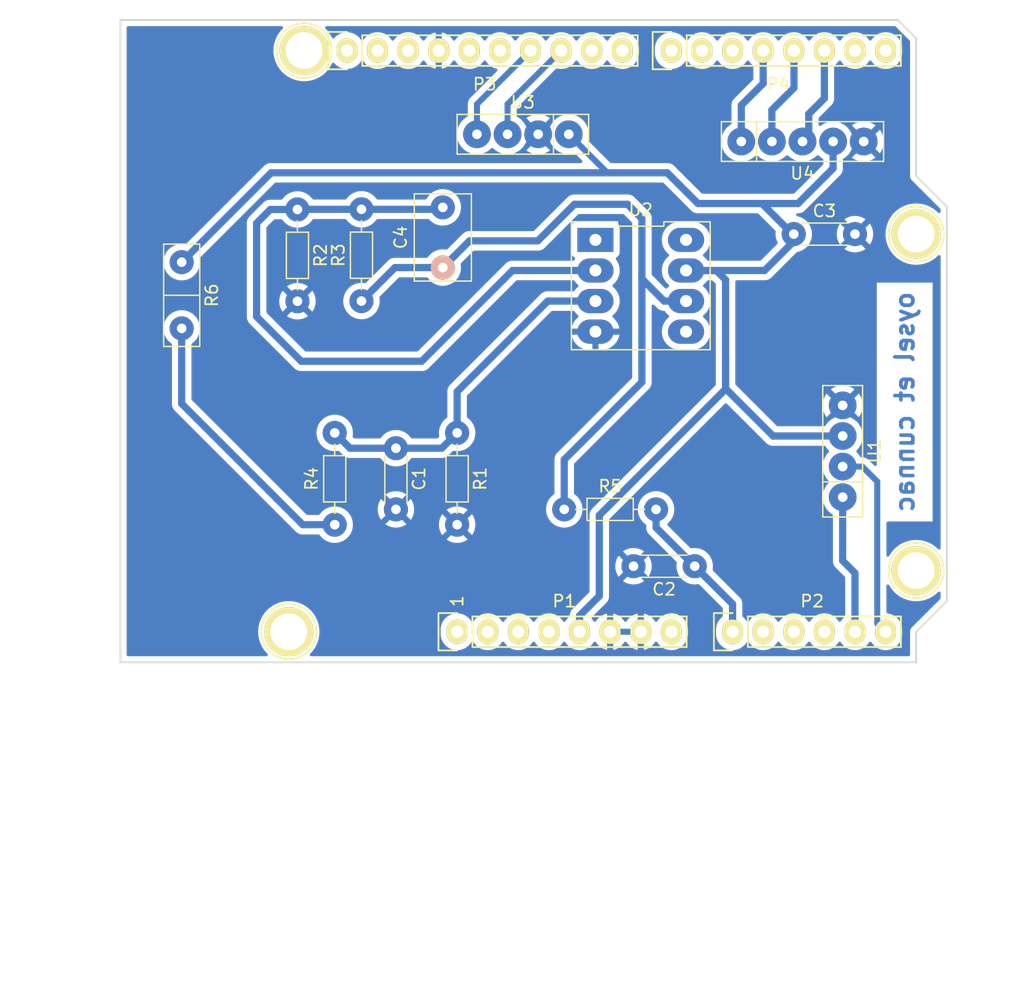
<source format=kicad_pcb>
(kicad_pcb (version 20211014) (generator pcbnew)
  (title_block (date "lun. 30 mars 2015"))
  (layers (0 "F.Cu" signal) (31 "B.Cu" signal) (34 "B.Paste" user) (35 "F.Paste" user) (36 "B.SilkS" user "B.Silkscreen") (37 "F.SilkS" user "F.Silkscreen") (38 "B.Mask" user) (39 "F.Mask" user) (44 "Edge.Cuts" user))
  (net 0 "")
  (net 1 "/IOREF")
  (net 2 "/Reset")
  (net 3 "+5V")
  (net 4 "GND")
  (net 5 "/Vin")
  (net 6 "IN+")
  (net 7 "/A1")
  (net 8 "/A2")
  (net 9 "/A3")
  (net 10 "/AREF")
  (net 11 "ADC")
  (net 12 "Net-(C4-Pad1)")
  (net 13 "/9(**)")
  (net 14 "/8")
  (net 15 "/7")
  (net 16 "/6(**)")
  (net 17 "/5(**)")
  (net 18 "IN-")
  (net 21 "/1(Tx)")
  (net 22 "/0(Rx)")
  (net 23 "SCL")
  (net 24 "SDA")
  (net 25 "RX")
  (net 26 "TX")
  (net 27 "/13(SCK)")
  (net 28 "SW")
  (net 29 "DATA")
  (net 30 "CLK")
  (net 31 "/12(MISO)")
  (net 36 "Net-(R4-Pad1)")
  (footprint "Socket_Arduino_Uno:Socket_Strip_Arduino_1x08" (layer "F.Cu") (at 138.938 123.825)
    (fp_text reference "P1" (at 8.89 -2.54) (layer "F.SilkS"))
    (fp_text value "Power")
    (fp_line (start 19.05 1.27) (end 19.05 -1.27) (layer "F.SilkS") (width 0.15))
    (fp_line (start 1.27 1.27) (end 19.05 1.27) (layer "F.SilkS") (width 0.15))
    (fp_line (start 19.05 -1.27) (end 1.27 -1.27) (layer "F.SilkS") (width 0.15))
    (fp_line (start 0 -1.55) (end -1.55 -1.55) (layer "F.SilkS") (width 0.15))
    (fp_line (start -1.55 -1.55) (end -1.55 1.55) (layer "F.SilkS") (width 0.15))
    (fp_line (start -1.55 1.55) (end 0 1.55) (layer "F.SilkS") (width 0.15))
    (fp_line (start 1.27 1.27) (end 1.27 -1.27) (layer "F.SilkS") (width 0.15))
    (pad "1" thru_hole oval locked (at 0 0) (size 1.7272 2.032) (drill 1.016) (layers *.Cu *.Mask "F.SilkS"))
    (pad "2" thru_hole oval locked (at 2.54 0) (size 1.7272 2.032) (drill 1.016) (layers *.Cu *.Mask "F.SilkS") (net 1 "/IOREF"))
    (pad "3" thru_hole oval locked (at 5.08 0) (size 1.7272 2.032) (drill 1.016) (layers *.Cu *.Mask "F.SilkS") (net 2 "/Reset"))
    (pad "4" thru_hole oval locked (at 7.62 0) (size 1.7272 2.032) (drill 1.016) (layers *.Cu *.Mask "F.SilkS"))
    (pad "5" thru_hole oval locked (at 10.16 0) (size 1.7272 2.032) (drill 1.016) (layers *.Cu *.Mask "F.SilkS") (net 3 "+5V"))
    (pad "6" thru_hole oval locked (at 12.7 0) (size 1.7272 2.032) (drill 1.016) (layers *.Cu *.Mask "F.SilkS") (net 4 "GND"))
    (pad "7" thru_hole oval locked (at 15.24 0) (size 1.7272 2.032) (drill 1.016) (layers *.Cu *.Mask "F.SilkS") (net 4 "GND"))
    (pad "8" thru_hole oval locked (at 17.78 0) (size 1.7272 2.032) (drill 1.016) (layers *.Cu *.Mask "F.SilkS") (net 5 "/Vin"))
  )
  (footprint "Socket_Arduino_Uno:Socket_Strip_Arduino_1x06" (layer "F.Cu") (at 161.798 123.825)
    (fp_text reference "P2" (at 6.604 -2.54) (layer "F.SilkS"))
    (fp_text value "Analog")
    (fp_line (start 1.27 1.27) (end 1.27 -1.27) (layer "F.SilkS") (width 0.15))
    (fp_line (start 0 -1.55) (end -1.55 -1.55) (layer "F.SilkS") (width 0.15))
    (fp_line (start 13.97 -1.27) (end 1.27 -1.27) (layer "F.SilkS") (width 0.15))
    (fp_line (start 1.27 1.27) (end 13.97 1.27) (layer "F.SilkS") (width 0.15))
    (fp_line (start 13.97 1.27) (end 13.97 -1.27) (layer "F.SilkS") (width 0.15))
    (fp_line (start -1.55 -1.55) (end -1.55 1.55) (layer "F.SilkS") (width 0.15))
    (fp_line (start -1.55 1.55) (end 0 1.55) (layer "F.SilkS") (width 0.15))
    (pad "1" thru_hole oval locked (at 0 0) (size 1.7272 2.032) (drill 1.016) (layers *.Cu *.Mask "F.SilkS") (net 11 "ADC"))
    (pad "2" thru_hole oval locked (at 2.54 0) (size 1.7272 2.032) (drill 1.016) (layers *.Cu *.Mask "F.SilkS") (net 7 "/A1"))
    (pad "3" thru_hole oval locked (at 5.08 0) (size 1.7272 2.032) (drill 1.016) (layers *.Cu *.Mask "F.SilkS") (net 8 "/A2"))
    (pad "4" thru_hole oval locked (at 7.62 0) (size 1.7272 2.032) (drill 1.016) (layers *.Cu *.Mask "F.SilkS") (net 9 "/A3"))
    (pad "5" thru_hole oval locked (at 10.16 0) (size 1.7272 2.032) (drill 1.016) (layers *.Cu *.Mask "F.SilkS") (net 24 "SDA"))
    (pad "6" thru_hole oval locked (at 12.7 0) (size 1.7272 2.032) (drill 1.016) (layers *.Cu *.Mask "F.SilkS") (net 23 "SCL"))
  )
  (footprint "Socket_Arduino_Uno:Socket_Strip_Arduino_1x10" (layer "F.Cu") (at 129.794 75.565)
    (fp_text reference "P3" (at 11.43 2.794) (layer "F.SilkS"))
    (fp_text value "Digital")
    (fp_line (start -1.55 -1.55) (end -1.55 1.55) (layer "F.SilkS") (width 0.15))
    (fp_line (start 1.27 1.27) (end 24.13 1.27) (layer "F.SilkS") (width 0.15))
    (fp_line (start 24.13 1.27) (end 24.13 -1.27) (layer "F.SilkS") (width 0.15))
    (fp_line (start 24.13 -1.27) (end 1.27 -1.27) (layer "F.SilkS") (width 0.15))
    (fp_line (start 0 -1.55) (end -1.55 -1.55) (layer "F.SilkS") (width 0.15))
    (fp_line (start -1.55 1.55) (end 0 1.55) (layer "F.SilkS") (width 0.15))
    (fp_line (start 1.27 1.27) (end 1.27 -1.27) (layer "F.SilkS") (width 0.15))
    (pad "1" thru_hole oval locked (at 0 0) (size 1.7272 2.032) (drill 1.016) (layers *.Cu *.Mask "F.SilkS") (net 23 "SCL"))
    (pad "2" thru_hole oval locked (at 2.54 0) (size 1.7272 2.032) (drill 1.016) (layers *.Cu *.Mask "F.SilkS") (net 24 "SDA"))
    (pad "3" thru_hole oval locked (at 5.08 0) (size 1.7272 2.032) (drill 1.016) (layers *.Cu *.Mask "F.SilkS") (net 10 "/AREF"))
    (pad "4" thru_hole oval locked (at 7.62 0) (size 1.7272 2.032) (drill 1.016) (layers *.Cu *.Mask "F.SilkS") (net 4 "GND"))
    (pad "5" thru_hole oval locked (at 10.16 0) (size 1.7272 2.032) (drill 1.016) (layers *.Cu *.Mask "F.SilkS") (net 27 "/13(SCK)"))
    (pad "6" thru_hole oval locked (at 12.7 0) (size 1.7272 2.032) (drill 1.016) (layers *.Cu *.Mask "F.SilkS") (net 31 "/12(MISO)"))
    (pad "7" thru_hole oval locked (at 15.24 0) (size 1.7272 2.032) (drill 1.016) (layers *.Cu *.Mask "F.SilkS") (net 26 "TX"))
    (pad "8" thru_hole oval locked (at 17.78 0) (size 1.7272 2.032) (drill 1.016) (layers *.Cu *.Mask "F.SilkS") (net 25 "RX"))
    (pad "9" thru_hole oval locked (at 20.32 0) (size 1.7272 2.032) (drill 1.016) (layers *.Cu *.Mask "F.SilkS") (net 13 "/9(**)"))
    (pad "10" thru_hole oval locked (at 22.86 0) (size 1.7272 2.032) (drill 1.016) (layers *.Cu *.Mask "F.SilkS") (net 14 "/8"))
  )
  (footprint "Socket_Arduino_Uno:Socket_Strip_Arduino_1x08" (layer "F.Cu") (at 156.718 75.565)
    (fp_text reference "P4" (at 8.89 2.794) (layer "F.SilkS"))
    (fp_text value "Digital")
    (fp_line (start 19.05 -1.27) (end 1.27 -1.27) (layer "F.SilkS") (width 0.15))
    (fp_line (start -1.55 1.55) (end 0 1.55) (layer "F.SilkS") (width 0.15))
    (fp_line (start 1.27 1.27) (end 19.05 1.27) (layer "F.SilkS") (width 0.15))
    (fp_line (start 1.27 1.27) (end 1.27 -1.27) (layer "F.SilkS") (width 0.15))
    (fp_line (start 0 -1.55) (end -1.55 -1.55) (layer "F.SilkS") (width 0.15))
    (fp_line (start 19.05 1.27) (end 19.05 -1.27) (layer "F.SilkS") (width 0.15))
    (fp_line (start -1.55 -1.55) (end -1.55 1.55) (layer "F.SilkS") (width 0.15))
    (pad "1" thru_hole oval locked (at 0 0) (size 1.7272 2.032) (drill 1.016) (layers *.Cu *.Mask "F.SilkS") (net 15 "/7"))
    (pad "2" thru_hole oval locked (at 2.54 0) (size 1.7272 2.032) (drill 1.016) (layers *.Cu *.Mask "F.SilkS") (net 16 "/6(**)"))
    (pad "3" thru_hole oval locked (at 5.08 0) (size 1.7272 2.032) (drill 1.016) (layers *.Cu *.Mask "F.SilkS") (net 17 "/5(**)"))
    (pad "4" thru_hole oval locked (at 7.62 0) (size 1.7272 2.032) (drill 1.016) (layers *.Cu *.Mask "F.SilkS") (net 30 "CLK"))
    (pad "5" thru_hole oval locked (at 10.16 0) (size 1.7272 2.032) (drill 1.016) (layers *.Cu *.Mask "F.SilkS") (net 29 "DATA"))
    (pad "6" thru_hole oval locked (at 12.7 0) (size 1.7272 2.032) (drill 1.016) (layers *.Cu *.Mask "F.SilkS") (net 28 "SW"))
    (pad "7" thru_hole oval locked (at 15.24 0) (size 1.7272 2.032) (drill 1.016) (layers *.Cu *.Mask "F.SilkS") (net 21 "/1(Tx)"))
    (pad "8" thru_hole oval locked (at 17.78 0) (size 1.7272 2.032) (drill 1.016) (layers *.Cu *.Mask "F.SilkS") (net 22 "/0(Rx)"))
  )
  (footprint "Socket_Arduino_Uno:Arduino_1pin" (layer "F.Cu") (at 124.968 123.825)
    (fp_text reference "P5" hide)
    (fp_text value "CONN_01X01" hide)
    (fp_circle (center 0 0) (end 0 -2.286) (layer "F.SilkS") (width 0.15) (fill none))
    (pad "1" thru_hole circle locked (at 0 0) (size 4.064 4.064) (drill 3.048) (layers *.Cu *.Mask "F.SilkS"))
  )
  (footprint "Socket_Arduino_Uno:Arduino_1pin" (layer "F.Cu") (at 177.038 118.745)
    (fp_text reference "P6" hide)
    (fp_text value "CONN_01X01" hide)
    (fp_circle (center 0 0) (end 0 -2.286) (layer "F.SilkS") (width 0.15) (fill none))
    (pad "1" thru_hole circle locked (at 0 0) (size 4.064 4.064) (drill 3.048) (layers *.Cu *.Mask "F.SilkS"))
  )
  (footprint "Socket_Arduino_Uno:Arduino_1pin" (layer "F.Cu") (at 126.238 75.565)
    (fp_text reference "P7" hide)
    (fp_text value "CONN_01X01" hide)
    (fp_circle (center 0 0) (end 0 -2.286) (layer "F.SilkS") (width 0.15) (fill none))
    (pad "1" thru_hole circle locked (at 0 0) (size 4.064 4.064) (drill 3.048) (layers *.Cu *.Mask "F.SilkS"))
  )
  (footprint "Socket_Arduino_Uno:Arduino_1pin" (layer "F.Cu") (at 177.038 90.805)
    (fp_text reference "P8" hide)
    (fp_text value "CONN_01X01" hide)
    (fp_circle (center 0 0) (end 0 -2.286) (layer "F.SilkS") (width 0.15) (fill none))
    (pad "1" thru_hole circle locked (at 0 0) (size 4.064 4.064) (drill 3.048) (layers *.Cu *.Mask "F.SilkS"))
  )
  (footprint "Resistor_THT:R_Axial_DIN0204_L3.6mm_D1.6mm_P5.08mm_Horizontal" (layer "F.Cu") (at 158.656722 118.38312 180)
    (fp_text reference "C2" (at 2.54 -1.92) (layer "F.SilkS"))
    (fp_text value "100n")
    (fp_line (start 0.62 -0.92) (end 4.46 -0.92) (layer "F.SilkS") (width 0.12))
    (fp_line (start 0.62 0.92) (end 4.46 0.92) (layer "F.SilkS") (width 0.12))
    (pad "1" thru_hole circle (at 0 0 180) (size 2 2) (drill 0.8) (layers *.Cu *.Mask) (net 11 "ADC"))
    (pad "2" thru_hole circle (at 5.08 0 180) (size 2 2) (drill 0.8) (layers *.Cu *.Mask) (net 4 "GND"))
  )
  (footprint "Resistor_THT:R_Axial_DIN0204_L3.6mm_D1.6mm_P7.62mm_Horizontal" (layer "F.Cu") (at 147.828 113.665)
    (fp_text reference "R5" (at 3.81 -1.92) (layer "F.SilkS"))
    (fp_text value "1k")
    (fp_line (start 1.89 -0.92) (end 1.89 0.92) (layer "F.SilkS") (width 0.12))
    (fp_line (start 1.89 0.92) (end 5.73 0.92) (layer "F.SilkS") (width 0.12))
    (fp_line (start 6.68 0) (end 5.73 0) (layer "F.SilkS") (width 0.12))
    (fp_line (start 5.73 -0.92) (end 1.89 -0.92) (layer "F.SilkS") (width 0.12))
    (fp_line (start 5.73 0.92) (end 5.73 -0.92) (layer "F.SilkS") (width 0.12))
    (fp_line (start 0.94 0) (end 1.89 0) (layer "F.SilkS") (width 0.12))
    (pad "1" thru_hole circle (at 0 0) (size 2 2) (drill 0.8) (layers *.Cu *.Mask) (net 12 "Net-(C4-Pad1)"))
    (pad "2" thru_hole circle (at 7.62 0) (size 2 2) (drill 0.8) (layers *.Cu *.Mask) (net 11 "ADC"))
  )
  (footprint "Capacitor_THT:C_Rect_L7.0mm_W4.5mm_P5.00mm" (layer "F.Cu") (at 137.749529 93.583824 90)
    (fp_text reference "C4" (at 2.5 -3.5 90) (layer "F.SilkS"))
    (fp_text value "1u")
    (fp_line (start -1.12 -2.37) (end -1.12 2.37) (layer "F.SilkS") (width 0.12))
    (fp_line (start -1.12 2.37) (end 6.12 2.37) (layer "F.SilkS") (width 0.12))
    (fp_line (start 6.12 -2.37) (end 6.12 2.37) (layer "F.SilkS") (width 0.12))
    (fp_line (start -1.12 -2.37) (end 6.12 -2.37) (layer "F.SilkS") (width 0.12))
    (pad "1" thru_hole circle (at 0 0 90) (size 2 2) (drill 0.8) (layers *.Cu *.Mask "B.SilkS") (net 12 "Net-(C4-Pad1)"))
    (pad "2" thru_hole circle (at 5 0 90) (size 2 2) (drill 0.8) (layers *.Cu *.Mask) (net 18 "IN-"))
  )
  (footprint "Resistor_THT:R_Axial_DIN0204_L3.6mm_D1.6mm_P5.08mm_Horizontal" (layer "F.Cu") (at 133.858 108.585 -90)
    (fp_text reference "C1" (at 2.54 -1.92 90) (layer "F.SilkS"))
    (fp_text value "100n")
    (fp_line (start 0.62 -0.92) (end 4.46 -0.92) (layer "F.SilkS") (width 0.12))
    (fp_line (start 0.62 0.92) (end 4.46 0.92) (layer "F.SilkS") (width 0.12))
    (pad "1" thru_hole circle (at 0 0 270) (size 2 2) (drill 0.8) (layers *.Cu *.Mask) (net 6 "IN+"))
    (pad "2" thru_hole circle (at 5.08 0 270) (size 2 2) (drill 0.8) (layers *.Cu *.Mask) (net 4 "GND"))
  )
  (footprint "custom_library:SIP-4" (layer "F.Cu") (at 170.937843 108.838411 90)
    (fp_text reference "U1" (at 0 2.65 90) (layer "F.SilkS"))
    (fp_text value "OLED-I2C")
    (fp_line (start -5.46 -1.65) (end 5.46 -1.65) (layer "F.SilkS") (width 0.12))
    (fp_line (start -2.54 -1.65) (end -2.54 1.65) (layer "F.SilkS") (width 0.12))
    (fp_line (start 5.46 1.65) (end -5.46 1.65) (layer "F.SilkS") (width 0.12))
    (fp_line (start -5.46 1.65) (end -5.46 -1.65) (layer "F.SilkS") (width 0.12))
    (fp_line (start 5.46 -1.65) (end 5.46 1.65) (layer "F.SilkS") (width 0.12))
    (pad "1" thru_hole circle (at -3.81 0 90) (size 2.3 2.3) (drill 0.8) (layers *.Cu *.Mask) (net 24 "SDA"))
    (pad "2" thru_hole circle (at -1.27 0 90) (size 2.3 2.3) (drill 0.8) (layers *.Cu *.Mask) (net 23 "SCL"))
    (pad "3" thru_hole circle (at 1.27 0 90) (size 2.3 2.3) (drill 0.8) (layers *.Cu *.Mask) (net 3 "+5V"))
    (pad "4" thru_hole circle (at 3.81 0 90) (size 2.3 2.3) (drill 0.8) (layers *.Cu *.Mask) (net 4 "GND"))
  )
  (footprint "custom_library:DIP-8_296_ELL" (layer "F.Cu") (at 154.178 95.095 -90)
    (fp_text reference "U2" (at -6.31 0) (layer "F.SilkS"))
    (fp_text value "LTC1050")
    (fp_line (start -5.31 5.76) (end 5.31 5.76) (layer "F.SilkS") (width 0.12))
    (fp_line (start -5.31 -1.92) (end -4.95 -1.92) (layer "F.SilkS") (width 0.12))
    (fp_line (start -4.95 1.919999) (end -5.31 1.919999) (layer "F.SilkS") (width 0.12))
    (fp_line (start -5.31 1.919999) (end -5.31 5.76) (layer "F.SilkS") (width 0.12))
    (fp_line (start 5.31 -5.76) (end -5.31 -5.76) (layer "F.SilkS") (width 0.12))
    (fp_line (start -4.95 -1.92) (end -4.95 1.919999) (layer "F.SilkS") (width 0.12))
    (fp_line (start -5.31 -5.76) (end -5.31 -1.92) (layer "F.SilkS") (width 0.12))
    (fp_line (start 5.31 5.76) (end 5.31 -5.76) (layer "F.SilkS") (width 0.12))
    (pad "1" thru_hole rect (at -3.81 3.76 270) (size 2 3) (drill 1) (layers *.Cu *.Mask))
    (pad "2" thru_hole oval (at -1.27 3.76 270) (size 2 3) (drill 1) (layers *.Cu *.Mask) (net 18 "IN-"))
    (pad "3" thru_hole oval (at 1.27 3.76 270) (size 2 3) (drill 1) (layers *.Cu *.Mask) (net 6 "IN+"))
    (pad "4" thru_hole oval (at 3.81 3.76 270) (size 2 3) (drill 1) (layers *.Cu *.Mask) (net 4 "GND"))
    (pad "5" thru_hole oval (at 3.81 -3.76 270) (size 2 3) (drill 1) (layers *.Cu *.Mask))
    (pad "6" thru_hole oval (at 1.27 -3.76 270) (size 2 3) (drill 1) (layers *.Cu *.Mask) (net 12 "Net-(C4-Pad1)"))
    (pad "7" thru_hole oval (at -1.27 -3.76 270) (size 2 3) (drill 1) (layers *.Cu *.Mask) (net 3 "+5V"))
    (pad "8" thru_hole oval (at -3.81 -3.76 270) (size 2 3) (drill 1) (layers *.Cu *.Mask))
  )
  (footprint "custom_library:SIP-4" (layer "F.Cu") (at 144.393881 82.51496 180)
    (fp_text reference "U3" (at 0 2.65) (layer "F.SilkS"))
    (fp_text value "HC-05")
    (fp_line (start 5.46 1.65) (end -5.46 1.65) (layer "F.SilkS") (width 0.12))
    (fp_line (start -5.46 -1.65) (end 5.46 -1.65) (layer "F.SilkS") (width 0.12))
    (fp_line (start -5.46 1.65) (end -5.46 -1.65) (layer "F.SilkS") (width 0.12))
    (fp_line (start 5.46 -1.65) (end 5.46 1.65) (layer "F.SilkS") (width 0.12))
    (fp_line (start -2.54 -1.65) (end -2.54 1.65) (layer "F.SilkS") (width 0.12))
    (pad "1" thru_hole circle (at -3.81 0 180) (size 2.3 2.3) (drill 0.8) (layers *.Cu *.Mask) (net 3 "+5V"))
    (pad "2" thru_hole circle (at -1.27 0 180) (size 2.3 2.3) (drill 0.8) (layers *.Cu *.Mask) (net 4 "GND"))
    (pad "3" thru_hole circle (at 1.27 0 180) (size 2.3 2.3) (drill 0.8) (layers *.Cu *.Mask) (net 25 "RX"))
    (pad "4" thru_hole circle (at 3.81 0 180) (size 2.3 2.3) (drill 0.8) (layers *.Cu *.Mask) (net 26 "TX"))
  )
  (footprint "Resistor_THT:R_Axial_DIN0204_L3.6mm_D1.6mm_P5.08mm_Horizontal" (layer "F.Cu") (at 166.878 90.805)
    (fp_text reference "C3" (at 2.54 -1.92) (layer "F.SilkS"))
    (fp_text value "100n")
    (fp_line (start 0.62 0.92) (end 4.46 0.92) (layer "F.SilkS") (width 0.12))
    (fp_line (start 0.62 -0.92) (end 4.46 -0.92) (layer "F.SilkS") (width 0.12))
    (pad "1" thru_hole circle (at 0 0) (size 2 2) (drill 0.8) (layers *.Cu *.Mask) (net 3 "+5V"))
    (pad "2" thru_hole circle (at 5.08 0) (size 2 2) (drill 0.8) (layers *.Cu *.Mask) (net 4 "GND"))
  )
  (footprint "Resistor_THT:R_Axial_DIN0204_L3.6mm_D1.6mm_P7.62mm_Horizontal" (layer "F.Cu") (at 125.685173 88.759091 -90)
    (fp_text reference "R2" (at 3.81 -1.92 90) (layer "F.SilkS"))
    (fp_text value "1k")
    (fp_line (start 1.89 -0.92) (end 1.89 0.92) (layer "F.SilkS") (width 0.12))
    (fp_line (start 5.73 0.92) (end 5.73 -0.92) (layer "F.SilkS") (width 0.12))
    (fp_line (start 5.73 -0.92) (end 1.89 -0.92) (layer "F.SilkS") (width 0.12))
    (fp_line (start 0.94 0) (end 1.89 0) (layer "F.SilkS") (width 0.12))
    (fp_line (start 1.89 0.92) (end 5.73 0.92) (layer "F.SilkS") (width 0.12))
    (fp_line (start 6.68 0) (end 5.73 0) (layer "F.SilkS") (width 0.12))
    (pad "1" thru_hole circle (at 0 0 270) (size 2 2) (drill 0.8) (layers *.Cu *.Mask) (net 18 "IN-"))
    (pad "2" thru_hole circle (at 7.62 0 270) (size 2 2) (drill 0.8) (layers *.Cu *.Mask) (net 4 "GND"))
  )
  (footprint "Resistor_THT:R_Axial_DIN0204_L3.6mm_D1.6mm_P7.62mm_Horizontal" (layer "F.Cu") (at 138.938 107.315 -90)
    (fp_text reference "R1" (at 3.81 -1.92 90) (layer "F.SilkS"))
    (fp_text value "100k")
    (fp_line (start 5.73 -0.92) (end 1.89 -0.92) (layer "F.SilkS") (width 0.12))
    (fp_line (start 1.89 -0.92) (end 1.89 0.92) (layer "F.SilkS") (width 0.12))
    (fp_line (start 0.94 0) (end 1.89 0) (layer "F.SilkS") (width 0.12))
    (fp_line (start 6.68 0) (end 5.73 0) (layer "F.SilkS") (width 0.12))
    (fp_line (start 5.73 0.92) (end 5.73 -0.92) (layer "F.SilkS") (width 0.12))
    (fp_line (start 1.89 0.92) (end 5.73 0.92) (layer "F.SilkS") (width 0.12))
    (pad "1" thru_hole circle (at 0 0 270) (size 2 2) (drill 0.8) (layers *.Cu *.Mask) (net 6 "IN+"))
    (pad "2" thru_hole circle (at 7.62 0 270) (size 2 2) (drill 0.8) (layers *.Cu *.Mask) (net 4 "GND"))
  )
  (footprint "Resistor_THT:R_Axial_DIN0204_L3.6mm_D1.6mm_P7.62mm_Horizontal" (layer "F.Cu") (at 128.778 114.935 90)
    (fp_text reference "R4" (at 3.81 -1.92 90) (layer "F.SilkS"))
    (fp_text value "10k")
    (fp_line (start 0.94 0) (end 1.89 0) (layer "F.SilkS") (width 0.12))
    (fp_line (start 1.89 -0.92) (end 1.89 0.92) (layer "F.SilkS") (width 0.12))
    (fp_line (start 1.89 0.92) (end 5.73 0.92) (layer "F.SilkS") (width 0.12))
    (fp_line (start 5.73 -0.92) (end 1.89 -0.92) (layer "F.SilkS") (width 0.12))
    (fp_line (start 6.68 0) (end 5.73 0) (layer "F.SilkS") (width 0.12))
    (fp_line (start 5.73 0.92) (end 5.73 -0.92) (layer "F.SilkS") (width 0.12))
    (pad "1" thru_hole circle (at 0 0 90) (size 2 2) (drill 0.8) (layers *.Cu *.Mask) (net 36 "Net-(R4-Pad1)"))
    (pad "2" thru_hole circle (at 7.62 0 90) (size 2 2) (drill 0.8) (layers *.Cu *.Mask) (net 6 "IN+"))
  )
  (footprint "custom_library:SIP-2" (layer "F.Cu") (at 116.078 95.885 90)
    (fp_text reference "R6" (at 0 2.5 90) (layer "F.SilkS"))
    (fp_text value "Rsensor")
    (fp_line (start 4.25 -1.5) (end 4.25 1.5) (layer "F.SilkS") (width 0.12))
    (fp_line (start 4.25 1.5) (end -4.25 1.5) (layer "F.SilkS") (width 0.12))
    (fp_line (start 0 -1.5) (end 0 1.5) (layer "F.SilkS") (width 0.12))
    (fp_line (start -4.25 -1.5) (end 4.25 -1.5) (layer "F.SilkS") (width 0.12))
    (fp_line (start -4.25 1.5) (end -4.25 -1.5) (layer "F.SilkS") (width 0.12))
    (pad "1" thru_hole circle (at -2.75 0 90) (size 2 2) (drill 0.8) (layers *.Cu *.Mask) (net 36 "Net-(R4-Pad1)"))
    (pad "2" thru_hole circle (at 2.75 0 90) (size 2 2) (drill 0.8) (layers *.Cu *.Mask) (net 3 "+5V"))
  )
  (footprint "custom_library:SIP-5" (layer "F.Cu") (at 167.602183 83.116529)
    (fp_text reference "U4" (at 0 2.65) (layer "F.SilkS"))
    (fp_text value "KY-040")
    (fp_line (start -3.81 -1.65) (end -3.81 1.65) (layer "F.SilkS") (width 0.12))
    (fp_line (start -6.73 1.65) (end -6.73 -1.65) (layer "F.SilkS") (width 0.12))
    (fp_line (start 6.73 -1.65) (end 6.73 1.65) (layer "F.SilkS") (width 0.12))
    (fp_line (start 6.73 1.65) (end -6.73 1.65) (layer "F.SilkS") (width 0.12))
    (fp_line (start -6.73 -1.65) (end 6.73 -1.65) (layer "F.SilkS") (width 0.12))
    (pad "1" thru_hole circle (at -5.08 0) (size 2.3 2.3) (drill 0.8) (layers *.Cu *.Mask) (net 30 "CLK"))
    (pad "2" thru_hole circle (at -2.54 0) (size 2.3 2.3) (drill 0.8) (layers *.Cu *.Mask) (net 29 "DATA"))
    (pad "3" thru_hole circle (at 0 0) (size 2.3 2.3) (drill 0.8) (layers *.Cu *.Mask) (net 28 "SW"))
    (pad "4" thru_hole circle (at 2.54 0) (size 2.3 2.3) (drill 0.8) (layers *.Cu *.Mask) (net 3 "+5V"))
    (pad "5" thru_hole circle (at 5.08 0) (size 2.3 2.3) (drill 0.8) (layers *.Cu *.Mask) (net 4 "GND"))
  )
  (footprint "Resistor_THT:R_Axial_DIN0204_L3.6mm_D1.6mm_P7.62mm_Horizontal" (layer "F.Cu") (at 130.998 96.365 90)
    (fp_text reference "R3" (at 3.81 -1.92 90) (layer "F.SilkS"))
    (fp_text value "100k")
    (fp_line (start 6.68 0) (end 5.73 0) (layer "F.SilkS") (width 0.12))
    (fp_line (start 1.89 -0.92) (end 1.89 0.92) (layer "F.SilkS") (width 0.12))
    (fp_line (start 5.73 0.92) (end 5.73 -0.92) (layer "F.SilkS") (width 0.12))
    (fp_line (start 1.89 0.92) (end 5.73 0.92) (layer "F.SilkS") (width 0.12))
    (fp_line (start 0.94 0) (end 1.89 0) (layer "F.SilkS") (width 0.12))
    (fp_line (start 5.73 -0.92) (end 1.89 -0.92) (layer "F.SilkS") (width 0.12))
    (pad "1" thru_hole circle (at 0 0 90) (size 2 2) (drill 0.8) (layers *.Cu *.Mask) (net 12 "Net-(C4-Pad1)"))
    (pad "2" thru_hole circle (at 7.62 0 90) (size 2 2) (drill 0.8) (layers *.Cu *.Mask) (net 18 "IN-"))
  )
  (gr_line (start 179.578 88.519) (end 177.038 85.979) (layer "Edge.Cuts") (width 0.15))
  (gr_line (start 177.038 126.365) (end 177.038 123.825) (layer "Edge.Cuts") (width 0.15))
  (gr_line (start 177.038 74.549) (end 175.514 73.025) (layer "Edge.Cuts") (width 0.15))
  (gr_line (start 177.038 123.825) (end 179.578 121.285) (layer "Edge.Cuts") (width 0.15))
  (gr_line (start 110.998 73.025) (end 110.998 126.365) (layer "Edge.Cuts") (width 0.15))
  (gr_line (start 179.578 121.285) (end 179.578 88.519) (layer "Edge.Cuts") (width 0.15))
  (gr_line (start 110.998 126.365) (end 177.038 126.365) (layer "Edge.Cuts") (width 0.15))
  (gr_line (start 175.514 73.025) (end 110.998 73.025) (layer "Edge.Cuts") (width 0.15))
  (gr_line (start 177.038 85.979) (end 177.038 74.549) (layer "Edge.Cuts") (width 0.15))
  (gr_text "oysel et cunnac" (at 176.087496 104.749407 90) (layer "B.Cu") (effects (font (size 1.5 1.5) (thickness 0.3)) (justify mirror)))
  (gr_text "1" (at 138.938 121.285 90) (layer "F.SilkS") (effects (font (size 1 1))))
  (segment (start 156.378258 85.715) (end 158.928258 88.265) (width 0.6) (layer "B.Cu") (net 3))
  (segment (start 170.937843 107.568411) (end 170.935664 107.57059) (width 0.6) (layer "B.Cu") (net 3))
  (segment (start 158.928258 88.265) (end 164.098 88.265) (width 0.6) (layer "B.Cu") (net 3))
  (segment (start 149.098 123.825) (end 149.098 122.497965) (width 0.6) (layer "B.Cu") (net 3))
  (segment (start 170.142183 85.350711) (end 167.227894 88.265) (width 0.6) (layer "B.Cu") (net 3))
  (segment (start 150.738 120.857965) (end 150.738 114.158169) (width 0.6) (layer "B.Cu") (net 3))
  (segment (start 161.217687 94.597229) (end 161.217687 101.145313) (width 0.6) (layer "B.Cu") (net 3))
  (segment (start 166.878 91.404532) (end 164.457532 93.825) (width 0.6) (layer "B.Cu") (net 3))
  (segment (start 161.217687 103.63002) (end 161.217687 101.145313) (width 0.6) (layer "B.Cu") (net 3))
  (segment (start 116.078 93.135) (end 123.498 85.715) (width 0.6) (layer "B.Cu") (net 3))
  (segment (start 164.238577 88.265) (end 166.778577 90.805) (width 0.6) (layer "B.Cu") (net 3))
  (segment (start 167.227894 88.265) (end 164.098 88.265) (width 0.6) (layer "B.Cu") (net 3))
  (segment (start 161.217687 103.678482) (end 161.217687 101.145313) (width 0.6) (layer "B.Cu") (net 3))
  (segment (start 166.878 90.805) (end 166.878 91.404532) (width 0.6) (layer "B.Cu") (net 3))
  (segment (start 160.445458 93.825) (end 161.217687 94.597229) (width 0.6) (layer "B.Cu") (net 3))
  (segment (start 165.158257 107.57059) (end 161.217687 103.63002) (width 0.6) (layer "B.Cu") (net 3))
  (segment (start 123.498 85.715) (end 151.678 85.715) (width 0.6) (layer "B.Cu") (net 3))
  (segment (start 170.935664 107.57059) (end 165.158257 107.57059) (width 0.6) (layer "B.Cu") (net 3))
  (segment (start 148.203881 82.51496) (end 151.403921 85.715) (width 0.5) (layer "B.Cu") (net 3))
  (segment (start 149.098 122.497965) (end 150.738 120.857965) (width 0.6) (layer "B.Cu") (net 3))
  (segment (start 170.142183 83.116529) (end 170.142183 85.350711) (width 0.6) (layer "B.Cu") (net 3))
  (segment (start 150.738 114.158169) (end 161.217687 103.678482) (width 0.6) (layer "B.Cu") (net 3))
  (segment (start 164.098 88.265) (end 164.238577 88.265) (width 0.6) (layer "B.Cu") (net 3))
  (segment (start 157.938 93.825) (end 160.445458 93.825) (width 0.6) (layer "B.Cu") (net 3))
  (segment (start 151.403921 85.715) (end 151.678 85.715) (width 0.5) (layer "B.Cu") (net 3))
  (segment (start 164.457532 93.825) (end 157.938 93.825) (width 0.6) (layer "B.Cu") (net 3))
  (segment (start 151.678 85.715) (end 156.378258 85.715) (width 0.6) (layer "B.Cu") (net 3))
  (segment (start 166.778577 90.805) (end 166.878 90.805) (width 0.6) (layer "B.Cu") (net 3))
  (segment (start 137.668 108.585) (end 138.938 107.315) (width 0.6) (layer "B.Cu") (net 6))
  (segment (start 130.048 108.585) (end 133.858 108.585) (width 0.6) (layer "B.Cu") (net 6))
  (segment (start 146.458196 96.365) (end 138.938 103.885196) (width 0.6) (layer "B.Cu") (net 6))
  (segment (start 133.858 108.585) (end 137.668 108.585) (width 0.6) (layer "B.Cu") (net 6))
  (segment (start 128.778 107.315) (end 130.048 108.585) (width 0.6) (layer "B.Cu") (net 6))
  (segment (start 146.458196 96.365) (end 150.418 96.365) (width 0.6) (layer "B.Cu") (net 6))
  (segment (start 138.938 103.885196) (end 138.938 107.315) (width 0.6) (layer "B.Cu") (net 6))
  (segment (start 161.798 121.524398) (end 158.656722 118.38312) (width 0.6) (layer "B.Cu") (net 11))
  (segment (start 161.798 123.825) (end 161.798 121.524398) (width 0.6) (layer "B.Cu") (net 11))
  (segment (start 155.448 115.174398) (end 158.656722 118.38312) (width 0.6) (layer "B.Cu") (net 11))
  (segment (start 155.448 113.665) (end 155.448 115.174398) (width 0.6) (layer "B.Cu") (net 11))
  (segment (start 154.273684 103.089316) (end 147.828 109.535) (width 0.6) (layer "B.Cu") (net 12))
  (segment (start 147.828 109.535) (end 147.828 113.665) (width 0.6) (layer "B.Cu") (net 12))
  (segment (start 154.273684 94.52037) (end 154.273684 93.97625) (width 0.6) (layer "B.Cu") (net 12))
  (segment (start 148.673969 88.32698) (end 145.635949 91.365) (width 0.6) (layer "B.Cu") (net 12))
  (segment (start 137.749529 93.583824) (end 133.779176 93.583824) (width 0.6) (layer "B.Cu") (net 12))
  (segment (start 154.273684 93.97625) (end 154.273684 103.089316) (width 0.6) (layer "B.Cu") (net 12))
  (segment (start 133.779176 93.583824) (end 130.998 96.365) (width 0.6) (layer "B.Cu") (net 12))
  (segment (start 145.635949 91.365) (end 139.968353 91.365) (width 0.6) (layer "B.Cu") (net 12))
  (segment (start 157.938 96.365) (end 156.118314 96.365) (width 0.6) (layer "B.Cu") (net 12))
  (segment (start 154.273684 89.5163) (end 153.084364 88.32698) (width 0.6) (layer "B.Cu") (net 12))
  (segment (start 153.084364 88.32698) (end 148.673969 88.32698) (width 0.6) (layer "B.Cu") (net 12))
  (segment (start 156.118314 96.365) (end 154.273684 94.52037) (width 0.6) (layer "B.Cu") (net 12))
  (segment (start 139.968353 91.365) (end 137.749529 93.583824) (width 0.6) (layer "B.Cu") (net 12))
  (segment (start 154.273684 93.97625) (end 154.273684 89.5163) (width 0.6) (layer "B.Cu") (net 12))
  (segment (start 137.588353 88.745) (end 137.749529 88.583824) (width 0.6) (layer "B.Cu") (net 18))
  (segment (start 130.998 88.745) (end 125.699264 88.745) (width 0.6) (layer "B.Cu") (net 18))
  (segment (start 135.998 101.365) (end 143.538 93.825) (width 0.6) (layer "B.Cu") (net 18))
  (segment (start 123.437249 88.759091) (end 122.295247 89.901093) (width 0.6) (layer "B.Cu") (net 18))
  (segment (start 122.295247 89.901093) (end 122.295247 97.662247) (width 0.6) (layer "B.Cu") (net 18))
  (segment (start 125.998 101.365) (end 135.998 101.365) (width 0.6) (layer "B.Cu") (net 18))
  (segment (start 130.998 88.745) (end 137.588353 88.745) (width 0.6) (layer "B.Cu") (net 18))
  (segment (start 125.699264 88.745) (end 125.685173 88.759091) (width 0.6) (layer "B.Cu") (net 18))
  (segment (start 125.685173 88.759091) (end 123.437249 88.759091) (width 0.6) (layer "B.Cu") (net 18))
  (segment (start 143.538 93.825) (end 150.418 93.825) (width 0.6) (layer "B.Cu") (net 18))
  (segment (start 122.295247 97.662247) (end 125.998 101.365) (width 0.6) (layer "B.Cu") (net 18))
  (segment (start 172.564188 110.108411) (end 170.937843 110.108411) (width 0.5) (layer "B.Cu") (net 23))
  (segment (start 173.80532 123.13232) (end 173.80532 111.349543) (width 0.5) (layer "B.Cu") (net 23))
  (segment (start 173.80532 111.349543) (end 172.564188 110.108411) (width 0.5) (layer "B.Cu") (net 23))
  (segment (start 174.498 123.825) (end 173.80532 123.13232) (width 0.5) (layer "B.Cu") (net 23))
  (segment (start 171.958 118.949018) (end 171.958 123.825) (width 0.6) (layer "B.Cu") (net 24))
  (segment (start 171.958 118.949018) (end 170.937843 117.928861) (width 0.6) (layer "B.Cu") (net 24))
  (segment (start 170.937843 117.928861) (end 170.937843 112.648411) (width 0.6) (layer "B.Cu") (net 24))
  (segment (start 143.123881 80.015119) (end 147.574 75.565) (width 0.5) (layer "B.Cu") (net 25))
  (segment (start 143.123881 82.51496) (end 143.123881 80.015119) (width 0.5) (layer "B.Cu") (net 25))
  (segment (start 140.583881 82.51496) (end 140.583881 80.015119) (width 0.5) (layer "B.Cu") (net 26))
  (segment (start 140.583881 80.015119) (end 145.034 75.565) (width 0.5) (layer "B.Cu") (net 26))
  (segment (start 167.602183 83.116529) (end 168.121292 82.59742) (width 0.6) (layer "B.Cu") (net 28))
  (segment (start 168.121292 80.827161) (end 169.418 79.530453) (width 0.6) (layer "B.Cu") (net 28))
  (segment (start 168.121292 82.59742) (end 168.121292 80.827161) (width 0.6) (layer "B.Cu") (net 28))
  (segment (start 169.418 79.530453) (end 169.418 75.565) (width 0.6) (layer "B.Cu") (net 28))
  (segment (start 166.897152 78.661374) (end 166.897152 75.584152) (width 0.6) (layer "B.Cu") (net 29))
  (segment (start 166.897152 75.584152) (end 166.878 75.565) (width 0.6) (layer "B.Cu") (net 29))
  (segment (start 165.062183 83.116529) (end 165.062183 80.496343) (width 0.6) (layer "B.Cu") (net 29))
  (segment (start 165.062183 80.496343) (end 166.897152 78.661374) (width 0.6) (layer "B.Cu") (net 29))
  (segment (start 162.522183 80.110471) (end 164.338 78.294654) (width 0.6) (layer "B.Cu") (net 30))
  (segment (start 164.338 78.294654) (end 164.338 75.565) (width 0.6) (layer "B.Cu") (net 30))
  (segment (start 162.522183 83.116529) (end 162.522183 80.110471) (width 0.6) (layer "B.Cu") (net 30))
  (segment (start 128.778 114.935) (end 126.123885 114.935) (width 0.6) (layer "B.Cu") (net 36))
  (segment (start 116.078 104.889115) (end 116.078 98.635) (width 0.6) (layer "B.Cu") (net 36))
  (segment (start 126.123885 114.935) (end 116.078 104.889115) (width 0.6) (layer "B.Cu") (net 36))
  (zone (net 4) (net_name "GND") (layer "B.Cu") (connect_pads (clearance 0.508)) (min_thickness 0.254) (fill yes (thermal_gap 0.508) (thermal_bridge_width 0.508))
    (polygon (pts (xy 185.998 131.365) (xy 100.998 131.365) (xy 100.998 71.365) (xy 185.998 71.365)))
  )
)
</source>
